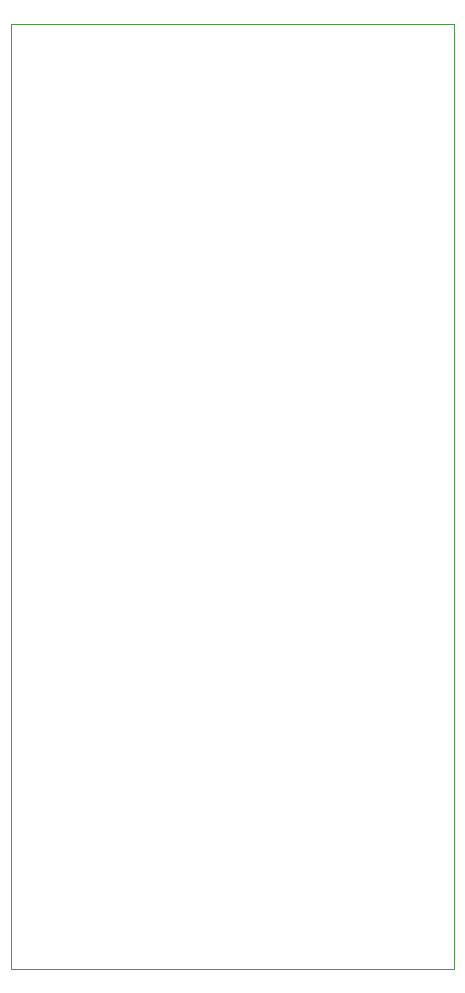
<source format=gm1>
G04 #@! TF.GenerationSoftware,KiCad,Pcbnew,(5.1.9)-1*
G04 #@! TF.CreationDate,2024-11-21T13:27:50+09:00*
G04 #@! TF.ProjectId,SD_dongle,53445f64-6f6e-4676-9c65-2e6b69636164,rev?*
G04 #@! TF.SameCoordinates,PX1997c20PYbac5f70*
G04 #@! TF.FileFunction,Profile,NP*
%FSLAX46Y46*%
G04 Gerber Fmt 4.6, Leading zero omitted, Abs format (unit mm)*
G04 Created by KiCad (PCBNEW (5.1.9)-1) date 2024-11-21 13:27:50*
%MOMM*%
%LPD*%
G01*
G04 APERTURE LIST*
G04 #@! TA.AperFunction,Profile*
%ADD10C,0.050000*%
G04 #@! TD*
G04 APERTURE END LIST*
D10*
X37500000Y80000000D02*
X0Y80000000D01*
X0Y80000000D02*
X0Y0D01*
X37500000Y0D02*
X37500000Y80000000D01*
X0Y0D02*
X37500000Y0D01*
M02*

</source>
